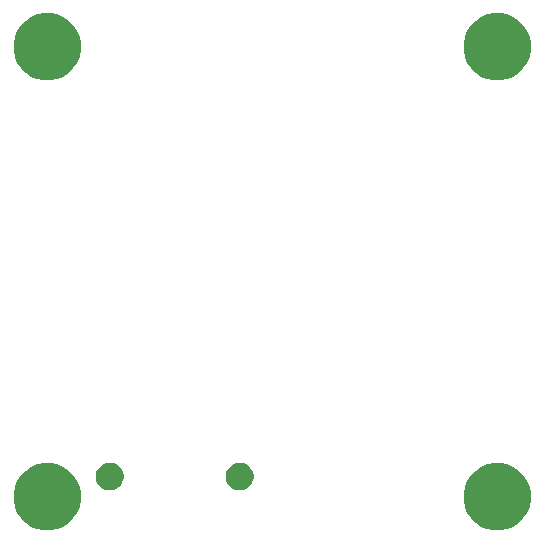
<source format=gbs>
G04 #@! TF.GenerationSoftware,KiCad,Pcbnew,5.0.1*
G04 #@! TF.CreationDate,2018-11-03T23:17:01-04:00*
G04 #@! TF.ProjectId,rocketlog,726F636B65746C6F672E6B696361645F,rev?*
G04 #@! TF.SameCoordinates,Original*
G04 #@! TF.FileFunction,Soldermask,Bot*
G04 #@! TF.FilePolarity,Negative*
%FSLAX46Y46*%
G04 Gerber Fmt 4.6, Leading zero omitted, Abs format (unit mm)*
G04 Created by KiCad (PCBNEW 5.0.1) date Sat 03 Nov 2018 11:17:01 PM EDT*
%MOMM*%
%LPD*%
G01*
G04 APERTURE LIST*
%ADD10C,0.100000*%
G04 APERTURE END LIST*
D10*
G36*
X165931548Y-111558754D02*
X166450360Y-111773654D01*
X166450361Y-111773655D01*
X166450364Y-111773656D01*
X166917276Y-112085636D01*
X167314364Y-112482724D01*
X167626344Y-112949636D01*
X167626345Y-112949639D01*
X167626346Y-112949640D01*
X167841246Y-113468452D01*
X167950800Y-114019221D01*
X167950800Y-114580779D01*
X167841246Y-115131548D01*
X167626346Y-115650360D01*
X167626344Y-115650364D01*
X167314364Y-116117276D01*
X166917276Y-116514364D01*
X166450364Y-116826344D01*
X166450361Y-116826345D01*
X166450360Y-116826346D01*
X165931548Y-117041246D01*
X165380779Y-117150800D01*
X164819221Y-117150800D01*
X164268452Y-117041246D01*
X163749640Y-116826346D01*
X163749639Y-116826345D01*
X163749636Y-116826344D01*
X163282724Y-116514364D01*
X162885636Y-116117276D01*
X162573656Y-115650364D01*
X162573654Y-115650360D01*
X162358754Y-115131548D01*
X162249200Y-114580779D01*
X162249200Y-114019221D01*
X162358754Y-113468452D01*
X162573654Y-112949640D01*
X162573655Y-112949639D01*
X162573656Y-112949636D01*
X162885636Y-112482724D01*
X163282724Y-112085636D01*
X163749636Y-111773656D01*
X163749639Y-111773655D01*
X163749640Y-111773654D01*
X164268452Y-111558754D01*
X164819221Y-111449200D01*
X165380779Y-111449200D01*
X165931548Y-111558754D01*
X165931548Y-111558754D01*
G37*
G36*
X127831548Y-111558754D02*
X128350360Y-111773654D01*
X128350361Y-111773655D01*
X128350364Y-111773656D01*
X128817276Y-112085636D01*
X129214364Y-112482724D01*
X129526344Y-112949636D01*
X129526345Y-112949639D01*
X129526346Y-112949640D01*
X129741246Y-113468452D01*
X129850800Y-114019221D01*
X129850800Y-114580779D01*
X129741246Y-115131548D01*
X129526346Y-115650360D01*
X129526344Y-115650364D01*
X129214364Y-116117276D01*
X128817276Y-116514364D01*
X128350364Y-116826344D01*
X128350361Y-116826345D01*
X128350360Y-116826346D01*
X127831548Y-117041246D01*
X127280779Y-117150800D01*
X126719221Y-117150800D01*
X126168452Y-117041246D01*
X125649640Y-116826346D01*
X125649639Y-116826345D01*
X125649636Y-116826344D01*
X125182724Y-116514364D01*
X124785636Y-116117276D01*
X124473656Y-115650364D01*
X124473654Y-115650360D01*
X124258754Y-115131548D01*
X124149200Y-114580779D01*
X124149200Y-114019221D01*
X124258754Y-113468452D01*
X124473654Y-112949640D01*
X124473655Y-112949639D01*
X124473656Y-112949636D01*
X124785636Y-112482724D01*
X125182724Y-112085636D01*
X125649636Y-111773656D01*
X125649639Y-111773655D01*
X125649640Y-111773654D01*
X126168452Y-111558754D01*
X126719221Y-111449200D01*
X127280779Y-111449200D01*
X127831548Y-111558754D01*
X127831548Y-111558754D01*
G37*
G36*
X143636958Y-111444386D02*
X143850942Y-111533021D01*
X144043516Y-111661694D01*
X144207296Y-111825474D01*
X144335969Y-112018048D01*
X144424604Y-112232032D01*
X144469790Y-112459195D01*
X144469790Y-112690805D01*
X144424604Y-112917968D01*
X144335969Y-113131952D01*
X144207296Y-113324526D01*
X144043516Y-113488306D01*
X143850942Y-113616979D01*
X143850941Y-113616980D01*
X143850940Y-113616980D01*
X143636958Y-113705614D01*
X143409796Y-113750800D01*
X143178184Y-113750800D01*
X142951022Y-113705614D01*
X142737040Y-113616980D01*
X142737039Y-113616980D01*
X142737038Y-113616979D01*
X142544464Y-113488306D01*
X142380684Y-113324526D01*
X142252011Y-113131952D01*
X142163376Y-112917968D01*
X142118190Y-112690805D01*
X142118190Y-112459195D01*
X142163376Y-112232032D01*
X142252011Y-112018048D01*
X142380684Y-111825474D01*
X142544464Y-111661694D01*
X142737038Y-111533021D01*
X142951022Y-111444386D01*
X143178184Y-111399200D01*
X143409796Y-111399200D01*
X143636958Y-111444386D01*
X143636958Y-111444386D01*
G37*
G36*
X132636958Y-111444386D02*
X132850942Y-111533021D01*
X133043516Y-111661694D01*
X133207296Y-111825474D01*
X133335969Y-112018048D01*
X133424604Y-112232032D01*
X133469790Y-112459195D01*
X133469790Y-112690805D01*
X133424604Y-112917968D01*
X133335969Y-113131952D01*
X133207296Y-113324526D01*
X133043516Y-113488306D01*
X132850942Y-113616979D01*
X132850941Y-113616980D01*
X132850940Y-113616980D01*
X132636958Y-113705614D01*
X132409796Y-113750800D01*
X132178184Y-113750800D01*
X131951022Y-113705614D01*
X131737040Y-113616980D01*
X131737039Y-113616980D01*
X131737038Y-113616979D01*
X131544464Y-113488306D01*
X131380684Y-113324526D01*
X131252011Y-113131952D01*
X131163376Y-112917968D01*
X131118190Y-112690805D01*
X131118190Y-112459195D01*
X131163376Y-112232032D01*
X131252011Y-112018048D01*
X131380684Y-111825474D01*
X131544464Y-111661694D01*
X131737038Y-111533021D01*
X131951022Y-111444386D01*
X132178184Y-111399200D01*
X132409796Y-111399200D01*
X132636958Y-111444386D01*
X132636958Y-111444386D01*
G37*
G36*
X165931548Y-73458754D02*
X166450360Y-73673654D01*
X166450361Y-73673655D01*
X166450364Y-73673656D01*
X166917276Y-73985636D01*
X167314364Y-74382724D01*
X167626344Y-74849636D01*
X167626345Y-74849639D01*
X167626346Y-74849640D01*
X167841246Y-75368452D01*
X167950800Y-75919221D01*
X167950800Y-76480779D01*
X167841246Y-77031548D01*
X167626346Y-77550360D01*
X167626344Y-77550364D01*
X167314364Y-78017276D01*
X166917276Y-78414364D01*
X166450364Y-78726344D01*
X166450361Y-78726345D01*
X166450360Y-78726346D01*
X165931548Y-78941246D01*
X165380779Y-79050800D01*
X164819221Y-79050800D01*
X164268452Y-78941246D01*
X163749640Y-78726346D01*
X163749639Y-78726345D01*
X163749636Y-78726344D01*
X163282724Y-78414364D01*
X162885636Y-78017276D01*
X162573656Y-77550364D01*
X162573654Y-77550360D01*
X162358754Y-77031548D01*
X162249200Y-76480779D01*
X162249200Y-75919221D01*
X162358754Y-75368452D01*
X162573654Y-74849640D01*
X162573655Y-74849639D01*
X162573656Y-74849636D01*
X162885636Y-74382724D01*
X163282724Y-73985636D01*
X163749636Y-73673656D01*
X163749639Y-73673655D01*
X163749640Y-73673654D01*
X164268452Y-73458754D01*
X164819221Y-73349200D01*
X165380779Y-73349200D01*
X165931548Y-73458754D01*
X165931548Y-73458754D01*
G37*
G36*
X127831548Y-73458754D02*
X128350360Y-73673654D01*
X128350361Y-73673655D01*
X128350364Y-73673656D01*
X128817276Y-73985636D01*
X129214364Y-74382724D01*
X129526344Y-74849636D01*
X129526345Y-74849639D01*
X129526346Y-74849640D01*
X129741246Y-75368452D01*
X129850800Y-75919221D01*
X129850800Y-76480779D01*
X129741246Y-77031548D01*
X129526346Y-77550360D01*
X129526344Y-77550364D01*
X129214364Y-78017276D01*
X128817276Y-78414364D01*
X128350364Y-78726344D01*
X128350361Y-78726345D01*
X128350360Y-78726346D01*
X127831548Y-78941246D01*
X127280779Y-79050800D01*
X126719221Y-79050800D01*
X126168452Y-78941246D01*
X125649640Y-78726346D01*
X125649639Y-78726345D01*
X125649636Y-78726344D01*
X125182724Y-78414364D01*
X124785636Y-78017276D01*
X124473656Y-77550364D01*
X124473654Y-77550360D01*
X124258754Y-77031548D01*
X124149200Y-76480779D01*
X124149200Y-75919221D01*
X124258754Y-75368452D01*
X124473654Y-74849640D01*
X124473655Y-74849639D01*
X124473656Y-74849636D01*
X124785636Y-74382724D01*
X125182724Y-73985636D01*
X125649636Y-73673656D01*
X125649639Y-73673655D01*
X125649640Y-73673654D01*
X126168452Y-73458754D01*
X126719221Y-73349200D01*
X127280779Y-73349200D01*
X127831548Y-73458754D01*
X127831548Y-73458754D01*
G37*
M02*

</source>
